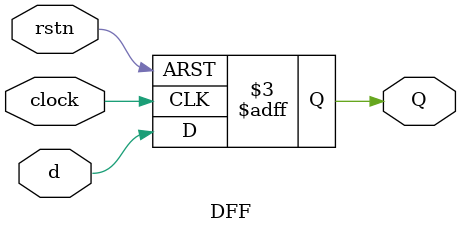
<source format=v>



module DFF (
  input         clock,
  input         rstn,
  input         d,
  output  reg   Q
);

`ifndef srst
always @(posedge clock, negedge rstn)
`else
always @(posedge clock)
`endif

begin
  if(!rstn) begin
    Q <=0;
  end else begin
    Q <=d;
  end
end

endmodule


</source>
